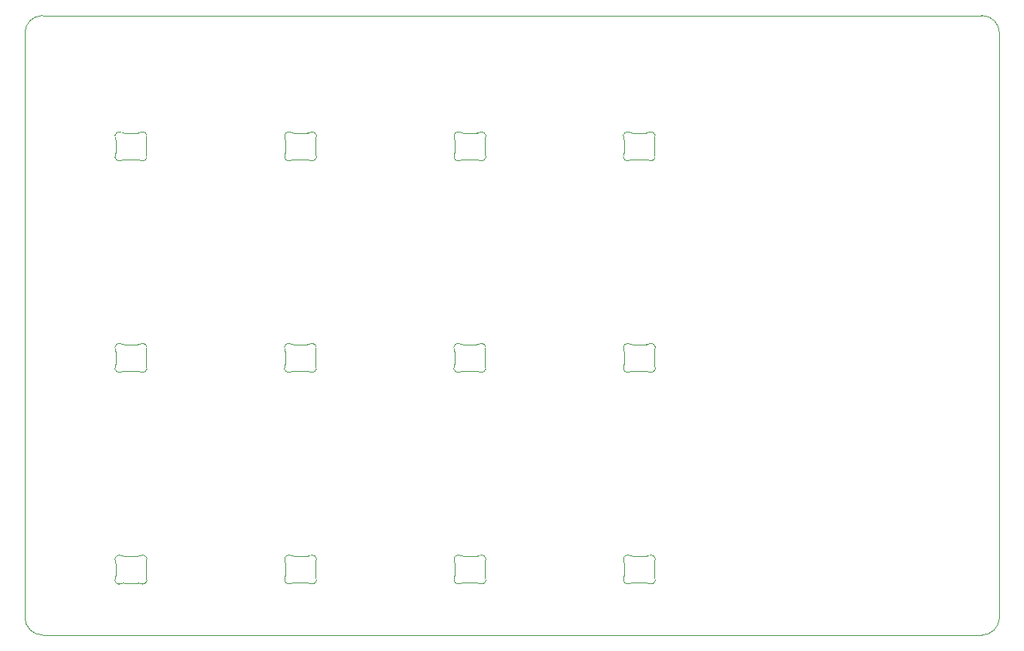
<source format=gm1>
G04 #@! TF.GenerationSoftware,KiCad,Pcbnew,(5.1.10)-1*
G04 #@! TF.CreationDate,2021-11-22T08:37:42+00:00*
G04 #@! TF.ProjectId,EnvMCRO,456e764d-4352-44f2-9e6b-696361645f70,rev?*
G04 #@! TF.SameCoordinates,Original*
G04 #@! TF.FileFunction,Profile,NP*
%FSLAX46Y46*%
G04 Gerber Fmt 4.6, Leading zero omitted, Abs format (unit mm)*
G04 Created by KiCad (PCBNEW (5.1.10)-1) date 2021-11-22 08:37:42*
%MOMM*%
%LPD*%
G01*
G04 APERTURE LIST*
G04 #@! TA.AperFunction,Profile*
%ADD10C,0.100000*%
G04 #@! TD*
G04 APERTURE END LIST*
D10*
X171000000Y-38800000D02*
G75*
G02*
X173000000Y-40800000I0J-2000000D01*
G01*
X173000000Y-106500000D02*
G75*
G02*
X171000000Y-108500000I-2000000J0D01*
G01*
X65400000Y-108500000D02*
G75*
G02*
X63400000Y-106500000I0J2000000D01*
G01*
X63400000Y-40800000D02*
X63400000Y-106500000D01*
X171000000Y-38800000D02*
X65400000Y-38800000D01*
X63400000Y-40800000D02*
G75*
G02*
X65400000Y-38800000I2000000J0D01*
G01*
X173000000Y-106500000D02*
X173000000Y-40800000D01*
X65400000Y-108500000D02*
X171000000Y-108500000D01*
X76381710Y-51961701D02*
G75*
G02*
X76129452Y-52030000I-252258J431701D01*
G01*
X74540548Y-52030000D02*
G75*
G02*
X74288289Y-51961701I0J500000D01*
G01*
X73585516Y-52610281D02*
G75*
G02*
X74288289Y-51961701I450515J216879D01*
G01*
X73585516Y-52610280D02*
G75*
G02*
X73635001Y-52827158I-450515J-216878D01*
G01*
X73635001Y-54232843D02*
G75*
G02*
X73585516Y-54449720I-500000J1D01*
G01*
X74288289Y-55098297D02*
G75*
G02*
X73585516Y-54449720I-252258J431700D01*
G01*
X74288289Y-55098298D02*
G75*
G02*
X74540547Y-55029999I252258J-431701D01*
G01*
X76129453Y-55030000D02*
G75*
G02*
X76381711Y-55098299I-1J-499999D01*
G01*
X77084484Y-54449720D02*
G75*
G02*
X76381711Y-55098299I-450515J-216878D01*
G01*
X77084484Y-54449720D02*
G75*
G02*
X77034999Y-54232842I450515J216878D01*
G01*
X77034999Y-52827157D02*
G75*
G02*
X77084484Y-52610280I500000J-1D01*
G01*
X76381711Y-51961703D02*
G75*
G02*
X77084484Y-52610280I252258J-431700D01*
G01*
X74540548Y-52030000D02*
X76129452Y-52030000D01*
X73635001Y-54232842D02*
X73635001Y-52827158D01*
X76129452Y-55029999D02*
X74540547Y-55029999D01*
X77034999Y-52827158D02*
X77034999Y-54232842D01*
X95446710Y-51961701D02*
G75*
G02*
X95194452Y-52030000I-252258J431701D01*
G01*
X93605548Y-52030000D02*
G75*
G02*
X93353289Y-51961701I0J500000D01*
G01*
X92650516Y-52610281D02*
G75*
G02*
X93353289Y-51961701I450515J216879D01*
G01*
X92650516Y-52610280D02*
G75*
G02*
X92700001Y-52827158I-450515J-216878D01*
G01*
X92700001Y-54232843D02*
G75*
G02*
X92650516Y-54449720I-500000J1D01*
G01*
X93353289Y-55098297D02*
G75*
G02*
X92650516Y-54449720I-252258J431700D01*
G01*
X93353289Y-55098298D02*
G75*
G02*
X93605547Y-55029999I252258J-431701D01*
G01*
X95194453Y-55030000D02*
G75*
G02*
X95446711Y-55098299I-1J-499999D01*
G01*
X96149484Y-54449720D02*
G75*
G02*
X95446711Y-55098299I-450515J-216878D01*
G01*
X96149484Y-54449720D02*
G75*
G02*
X96099999Y-54232842I450515J216878D01*
G01*
X96099999Y-52827157D02*
G75*
G02*
X96149484Y-52610280I500000J-1D01*
G01*
X95446711Y-51961703D02*
G75*
G02*
X96149484Y-52610280I252258J-431700D01*
G01*
X93605548Y-52030000D02*
X95194452Y-52030000D01*
X92700001Y-54232842D02*
X92700001Y-52827158D01*
X95194452Y-55029999D02*
X93605547Y-55029999D01*
X96099999Y-52827158D02*
X96099999Y-54232842D01*
X114496710Y-51961701D02*
G75*
G02*
X114244452Y-52030000I-252258J431701D01*
G01*
X112655548Y-52030000D02*
G75*
G02*
X112403289Y-51961701I0J500000D01*
G01*
X111700516Y-52610281D02*
G75*
G02*
X112403289Y-51961701I450515J216879D01*
G01*
X111700516Y-52610280D02*
G75*
G02*
X111750001Y-52827158I-450515J-216878D01*
G01*
X111750001Y-54232843D02*
G75*
G02*
X111700516Y-54449720I-500000J1D01*
G01*
X112403289Y-55098297D02*
G75*
G02*
X111700516Y-54449720I-252258J431700D01*
G01*
X112403289Y-55098298D02*
G75*
G02*
X112655547Y-55029999I252258J-431701D01*
G01*
X114244453Y-55030000D02*
G75*
G02*
X114496711Y-55098299I-1J-499999D01*
G01*
X115199484Y-54449720D02*
G75*
G02*
X114496711Y-55098299I-450515J-216878D01*
G01*
X115199484Y-54449720D02*
G75*
G02*
X115149999Y-54232842I450515J216878D01*
G01*
X115149999Y-52827157D02*
G75*
G02*
X115199484Y-52610280I500000J-1D01*
G01*
X114496711Y-51961703D02*
G75*
G02*
X115199484Y-52610280I252258J-431700D01*
G01*
X112655548Y-52030000D02*
X114244452Y-52030000D01*
X111750001Y-54232842D02*
X111750001Y-52827158D01*
X114244452Y-55029999D02*
X112655547Y-55029999D01*
X115149999Y-52827158D02*
X115149999Y-54232842D01*
X133531710Y-51946701D02*
G75*
G02*
X133279452Y-52015000I-252258J431701D01*
G01*
X131690548Y-52015000D02*
G75*
G02*
X131438289Y-51946701I0J500000D01*
G01*
X130735516Y-52595281D02*
G75*
G02*
X131438289Y-51946701I450515J216879D01*
G01*
X130735516Y-52595280D02*
G75*
G02*
X130785001Y-52812158I-450515J-216878D01*
G01*
X130785001Y-54217843D02*
G75*
G02*
X130735516Y-54434720I-500000J1D01*
G01*
X131438289Y-55083297D02*
G75*
G02*
X130735516Y-54434720I-252258J431700D01*
G01*
X131438289Y-55083298D02*
G75*
G02*
X131690547Y-55014999I252258J-431701D01*
G01*
X133279453Y-55015000D02*
G75*
G02*
X133531711Y-55083299I-1J-499999D01*
G01*
X134234484Y-54434720D02*
G75*
G02*
X133531711Y-55083299I-450515J-216878D01*
G01*
X134234484Y-54434720D02*
G75*
G02*
X134184999Y-54217842I450515J216878D01*
G01*
X134184999Y-52812157D02*
G75*
G02*
X134234484Y-52595280I500000J-1D01*
G01*
X133531711Y-51946703D02*
G75*
G02*
X134234484Y-52595280I252258J-431700D01*
G01*
X131690548Y-52015000D02*
X133279452Y-52015000D01*
X130785001Y-54217842D02*
X130785001Y-52812158D01*
X133279452Y-55014999D02*
X131690547Y-55014999D01*
X134184999Y-52812158D02*
X134184999Y-54217842D01*
X76381710Y-75759201D02*
G75*
G02*
X76129452Y-75827500I-252258J431701D01*
G01*
X74540548Y-75827500D02*
G75*
G02*
X74288289Y-75759201I0J500000D01*
G01*
X73585516Y-76407781D02*
G75*
G02*
X74288289Y-75759201I450515J216879D01*
G01*
X73585516Y-76407780D02*
G75*
G02*
X73635001Y-76624658I-450515J-216878D01*
G01*
X73635001Y-78030343D02*
G75*
G02*
X73585516Y-78247220I-500000J1D01*
G01*
X74288289Y-78895797D02*
G75*
G02*
X73585516Y-78247220I-252258J431700D01*
G01*
X74288289Y-78895798D02*
G75*
G02*
X74540547Y-78827499I252258J-431701D01*
G01*
X76129453Y-78827500D02*
G75*
G02*
X76381711Y-78895799I-1J-499999D01*
G01*
X77084484Y-78247220D02*
G75*
G02*
X76381711Y-78895799I-450515J-216878D01*
G01*
X77084484Y-78247220D02*
G75*
G02*
X77034999Y-78030342I450515J216878D01*
G01*
X77034999Y-76624657D02*
G75*
G02*
X77084484Y-76407780I500000J-1D01*
G01*
X76381711Y-75759203D02*
G75*
G02*
X77084484Y-76407780I252258J-431700D01*
G01*
X74540548Y-75827500D02*
X76129452Y-75827500D01*
X73635001Y-78030342D02*
X73635001Y-76624658D01*
X76129452Y-78827499D02*
X74540547Y-78827499D01*
X77034999Y-76624658D02*
X77034999Y-78030342D01*
X95431710Y-75759201D02*
G75*
G02*
X95179452Y-75827500I-252258J431701D01*
G01*
X93590548Y-75827500D02*
G75*
G02*
X93338289Y-75759201I0J500000D01*
G01*
X92635516Y-76407781D02*
G75*
G02*
X93338289Y-75759201I450515J216879D01*
G01*
X92635516Y-76407780D02*
G75*
G02*
X92685001Y-76624658I-450515J-216878D01*
G01*
X92685001Y-78030343D02*
G75*
G02*
X92635516Y-78247220I-500000J1D01*
G01*
X93338289Y-78895797D02*
G75*
G02*
X92635516Y-78247220I-252258J431700D01*
G01*
X93338289Y-78895798D02*
G75*
G02*
X93590547Y-78827499I252258J-431701D01*
G01*
X95179453Y-78827500D02*
G75*
G02*
X95431711Y-78895799I-1J-499999D01*
G01*
X96134484Y-78247220D02*
G75*
G02*
X95431711Y-78895799I-450515J-216878D01*
G01*
X96134484Y-78247220D02*
G75*
G02*
X96084999Y-78030342I450515J216878D01*
G01*
X96084999Y-76624657D02*
G75*
G02*
X96134484Y-76407780I500000J-1D01*
G01*
X95431711Y-75759203D02*
G75*
G02*
X96134484Y-76407780I252258J-431700D01*
G01*
X93590548Y-75827500D02*
X95179452Y-75827500D01*
X92685001Y-78030342D02*
X92685001Y-76624658D01*
X95179452Y-78827499D02*
X93590547Y-78827499D01*
X96084999Y-76624658D02*
X96084999Y-78030342D01*
X114481710Y-75759201D02*
G75*
G02*
X114229452Y-75827500I-252258J431701D01*
G01*
X112640548Y-75827500D02*
G75*
G02*
X112388289Y-75759201I0J500000D01*
G01*
X111685516Y-76407781D02*
G75*
G02*
X112388289Y-75759201I450515J216879D01*
G01*
X111685516Y-76407780D02*
G75*
G02*
X111735001Y-76624658I-450515J-216878D01*
G01*
X111735001Y-78030343D02*
G75*
G02*
X111685516Y-78247220I-500000J1D01*
G01*
X112388289Y-78895797D02*
G75*
G02*
X111685516Y-78247220I-252258J431700D01*
G01*
X112388289Y-78895798D02*
G75*
G02*
X112640547Y-78827499I252258J-431701D01*
G01*
X114229453Y-78827500D02*
G75*
G02*
X114481711Y-78895799I-1J-499999D01*
G01*
X115184484Y-78247220D02*
G75*
G02*
X114481711Y-78895799I-450515J-216878D01*
G01*
X115184484Y-78247220D02*
G75*
G02*
X115134999Y-78030342I450515J216878D01*
G01*
X115134999Y-76624657D02*
G75*
G02*
X115184484Y-76407780I500000J-1D01*
G01*
X114481711Y-75759203D02*
G75*
G02*
X115184484Y-76407780I252258J-431700D01*
G01*
X112640548Y-75827500D02*
X114229452Y-75827500D01*
X111735001Y-78030342D02*
X111735001Y-76624658D01*
X114229452Y-78827499D02*
X112640547Y-78827499D01*
X115134999Y-76624658D02*
X115134999Y-78030342D01*
X133546710Y-75761701D02*
G75*
G02*
X133294452Y-75830000I-252258J431701D01*
G01*
X131705548Y-75830000D02*
G75*
G02*
X131453289Y-75761701I0J500000D01*
G01*
X130750516Y-76410281D02*
G75*
G02*
X131453289Y-75761701I450515J216879D01*
G01*
X130750516Y-76410280D02*
G75*
G02*
X130800001Y-76627158I-450515J-216878D01*
G01*
X130800001Y-78032843D02*
G75*
G02*
X130750516Y-78249720I-500000J1D01*
G01*
X131453289Y-78898297D02*
G75*
G02*
X130750516Y-78249720I-252258J431700D01*
G01*
X131453289Y-78898298D02*
G75*
G02*
X131705547Y-78829999I252258J-431701D01*
G01*
X133294453Y-78830000D02*
G75*
G02*
X133546711Y-78898299I-1J-499999D01*
G01*
X134249484Y-78249720D02*
G75*
G02*
X133546711Y-78898299I-450515J-216878D01*
G01*
X134249484Y-78249720D02*
G75*
G02*
X134199999Y-78032842I450515J216878D01*
G01*
X134199999Y-76627157D02*
G75*
G02*
X134249484Y-76410280I500000J-1D01*
G01*
X133546711Y-75761703D02*
G75*
G02*
X134249484Y-76410280I252258J-431700D01*
G01*
X131705548Y-75830000D02*
X133294452Y-75830000D01*
X130800001Y-78032842D02*
X130800001Y-76627158D01*
X133294452Y-78829999D02*
X131705547Y-78829999D01*
X134199999Y-76627158D02*
X134199999Y-78032842D01*
X76381710Y-99571701D02*
G75*
G02*
X76129452Y-99640000I-252258J431701D01*
G01*
X74540548Y-99640000D02*
G75*
G02*
X74288289Y-99571701I0J500000D01*
G01*
X73585516Y-100220281D02*
G75*
G02*
X74288289Y-99571701I450515J216879D01*
G01*
X73585516Y-100220280D02*
G75*
G02*
X73635001Y-100437158I-450515J-216878D01*
G01*
X73635001Y-101842843D02*
G75*
G02*
X73585516Y-102059720I-500000J1D01*
G01*
X74288289Y-102708297D02*
G75*
G02*
X73585516Y-102059720I-252258J431700D01*
G01*
X74288289Y-102708298D02*
G75*
G02*
X74540547Y-102639999I252258J-431701D01*
G01*
X76129453Y-102640000D02*
G75*
G02*
X76381711Y-102708299I-1J-499999D01*
G01*
X77084484Y-102059720D02*
G75*
G02*
X76381711Y-102708299I-450515J-216878D01*
G01*
X77084484Y-102059720D02*
G75*
G02*
X77034999Y-101842842I450515J216878D01*
G01*
X77034999Y-100437157D02*
G75*
G02*
X77084484Y-100220280I500000J-1D01*
G01*
X76381711Y-99571703D02*
G75*
G02*
X77084484Y-100220280I252258J-431700D01*
G01*
X74540548Y-99640000D02*
X76129452Y-99640000D01*
X73635001Y-101842842D02*
X73635001Y-100437158D01*
X76129452Y-102639999D02*
X74540547Y-102639999D01*
X77034999Y-100437158D02*
X77034999Y-101842842D01*
X114496710Y-99561701D02*
G75*
G02*
X114244452Y-99630000I-252258J431701D01*
G01*
X112655548Y-99630000D02*
G75*
G02*
X112403289Y-99561701I0J500000D01*
G01*
X111700516Y-100210281D02*
G75*
G02*
X112403289Y-99561701I450515J216879D01*
G01*
X111700516Y-100210280D02*
G75*
G02*
X111750001Y-100427158I-450515J-216878D01*
G01*
X111750001Y-101832843D02*
G75*
G02*
X111700516Y-102049720I-500000J1D01*
G01*
X112403289Y-102698297D02*
G75*
G02*
X111700516Y-102049720I-252258J431700D01*
G01*
X112403289Y-102698298D02*
G75*
G02*
X112655547Y-102629999I252258J-431701D01*
G01*
X114244453Y-102630000D02*
G75*
G02*
X114496711Y-102698299I-1J-499999D01*
G01*
X115199484Y-102049720D02*
G75*
G02*
X114496711Y-102698299I-450515J-216878D01*
G01*
X115199484Y-102049720D02*
G75*
G02*
X115149999Y-101832842I450515J216878D01*
G01*
X115149999Y-100427157D02*
G75*
G02*
X115199484Y-100210280I500000J-1D01*
G01*
X114496711Y-99561703D02*
G75*
G02*
X115199484Y-100210280I252258J-431700D01*
G01*
X112655548Y-99630000D02*
X114244452Y-99630000D01*
X111750001Y-101832842D02*
X111750001Y-100427158D01*
X114244452Y-102629999D02*
X112655547Y-102629999D01*
X115149999Y-100427158D02*
X115149999Y-101832842D01*
X133546710Y-99561701D02*
G75*
G02*
X133294452Y-99630000I-252258J431701D01*
G01*
X131705548Y-99630000D02*
G75*
G02*
X131453289Y-99561701I0J500000D01*
G01*
X130750516Y-100210281D02*
G75*
G02*
X131453289Y-99561701I450515J216879D01*
G01*
X130750516Y-100210280D02*
G75*
G02*
X130800001Y-100427158I-450515J-216878D01*
G01*
X130800001Y-101832843D02*
G75*
G02*
X130750516Y-102049720I-500000J1D01*
G01*
X131453289Y-102698297D02*
G75*
G02*
X130750516Y-102049720I-252258J431700D01*
G01*
X131453289Y-102698298D02*
G75*
G02*
X131705547Y-102629999I252258J-431701D01*
G01*
X133294453Y-102630000D02*
G75*
G02*
X133546711Y-102698299I-1J-499999D01*
G01*
X134249484Y-102049720D02*
G75*
G02*
X133546711Y-102698299I-450515J-216878D01*
G01*
X134249484Y-102049720D02*
G75*
G02*
X134199999Y-101832842I450515J216878D01*
G01*
X134199999Y-100427157D02*
G75*
G02*
X134249484Y-100210280I500000J-1D01*
G01*
X133546711Y-99561703D02*
G75*
G02*
X134249484Y-100210280I252258J-431700D01*
G01*
X131705548Y-99630000D02*
X133294452Y-99630000D01*
X130800001Y-101832842D02*
X130800001Y-100427158D01*
X133294452Y-102629999D02*
X131705547Y-102629999D01*
X134199999Y-100427158D02*
X134199999Y-101832842D01*
X95446710Y-99561701D02*
G75*
G02*
X95194452Y-99630000I-252258J431701D01*
G01*
X93605548Y-99630000D02*
G75*
G02*
X93353289Y-99561701I0J500000D01*
G01*
X92650516Y-100210281D02*
G75*
G02*
X93353289Y-99561701I450515J216879D01*
G01*
X92650516Y-100210280D02*
G75*
G02*
X92700001Y-100427158I-450515J-216878D01*
G01*
X92700001Y-101832843D02*
G75*
G02*
X92650516Y-102049720I-500000J1D01*
G01*
X93353289Y-102698297D02*
G75*
G02*
X92650516Y-102049720I-252258J431700D01*
G01*
X93353289Y-102698298D02*
G75*
G02*
X93605547Y-102629999I252258J-431701D01*
G01*
X95194453Y-102630000D02*
G75*
G02*
X95446711Y-102698299I-1J-499999D01*
G01*
X96149484Y-102049720D02*
G75*
G02*
X95446711Y-102698299I-450515J-216878D01*
G01*
X96149484Y-102049720D02*
G75*
G02*
X96099999Y-101832842I450515J216878D01*
G01*
X96099999Y-100427157D02*
G75*
G02*
X96149484Y-100210280I500000J-1D01*
G01*
X95446711Y-99561703D02*
G75*
G02*
X96149484Y-100210280I252258J-431700D01*
G01*
X93605548Y-99630000D02*
X95194452Y-99630000D01*
X92700001Y-101832842D02*
X92700001Y-100427158D01*
X95194452Y-102629999D02*
X93605547Y-102629999D01*
X96099999Y-100427158D02*
X96099999Y-101832842D01*
M02*

</source>
